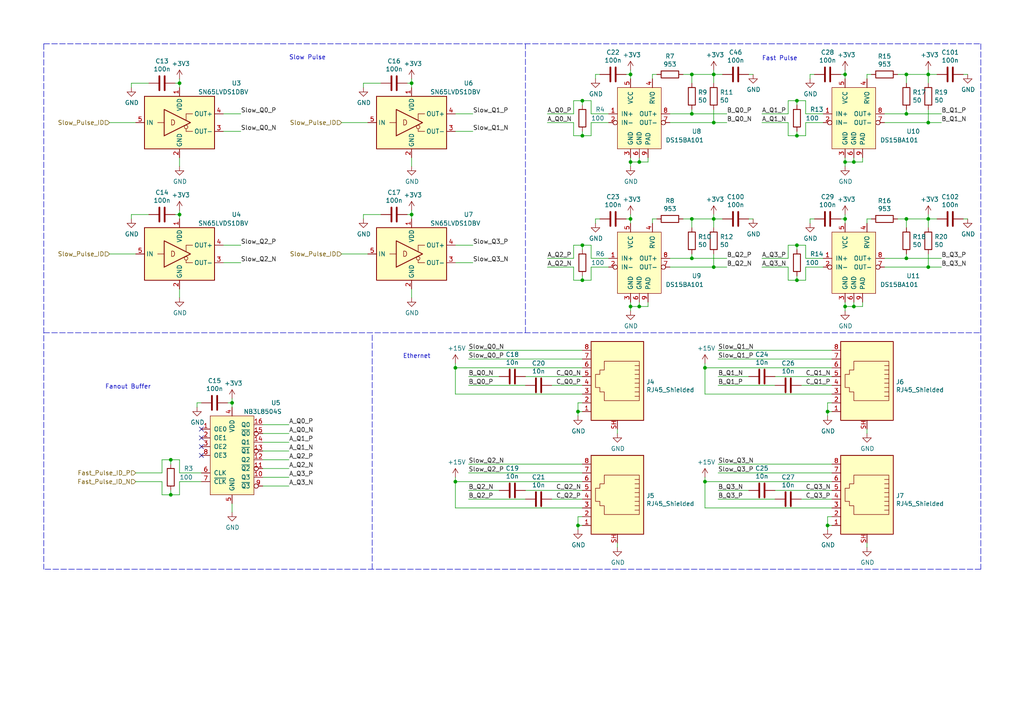
<source format=kicad_sch>
(kicad_sch (version 20250114) (generator "eeschema") (generator_version "9.0")
  (paper "A4")
  (title_block (title "TDS Transmitter - Output Stage") (date "2025-02-17") (company "(C) 2025 ETH Zurich, Y. Acremann") (comment 1 "License:  GNU public license v. 3.0"))
  (lib_symbols
    (symbol "Connector:RJ45_Shielded" (pin_names (offset 1.016))
      (property "Reference" "J" (at -5.08 13.97 0))
      (property "Value" "Connector_RJ45_Shielded" (at 2.54 13.97 0))
      (symbol "RJ45_Shielded_0_1"
        (polyline (pts (xy -6.35 1.905) (xy -5.08 1.905) (xy -5.08 1.905)))
        (polyline (pts (xy -6.35 0.635) (xy -5.08 0.635) (xy -5.08 0.635)))
        (polyline (pts (xy -6.35 -0.635) (xy -5.08 -0.635) (xy -5.08 -0.635)))
        (polyline (pts (xy -6.35 -1.905) (xy -5.08 -1.905) (xy -5.08 -1.905)))
        (polyline (pts (xy -6.35 -3.175) (xy -5.08 -3.175) (xy -5.08 -3.175)))
        (polyline (pts (xy -6.35 -4.445) (xy -6.35 6.985) (xy 3.81 6.985) (xy 3.81 4.445) (xy 5.08 4.445) (xy 5.08 3.175) (xy 6.35 3.175) (xy 6.35 -0.635) (xy 5.08 -0.635) (xy 5.08 -1.905) (xy 3.81 -1.905) (xy 3.81 -4.445) (xy -6.35 -4.445) (xy -6.35 -4.445)))
        (polyline (pts (xy -5.08 5.715) (xy -6.35 5.715)))
        (polyline (pts (xy -5.08 4.445) (xy -6.35 4.445)))
        (polyline (pts (xy -5.08 3.175) (xy -6.35 3.175) (xy -6.35 3.175)))
        (rectangle (start 7.62 12.7) (end -7.62 -10.16) (stroke (width 0.254)) (fill (type background)))
      )
      (symbol "RJ45_Shielded_1_1"
        (pin passive line (at 0 -12.7 90) (length 2.54) (name "~") (number "SH"))
        (pin passive line (at 10.16 10.16 180) (length 2.54) (name "~") (number "8"))
        (pin passive line (at 10.16 7.62 180) (length 2.54) (name "~") (number "7"))
        (pin passive line (at 10.16 5.08 180) (length 2.54) (name "~") (number "6"))
        (pin passive line (at 10.16 2.54 180) (length 2.54) (name "~") (number "5"))
        (pin passive line (at 10.16 0 180) (length 2.54) (name "~") (number "4"))
        (pin passive line (at 10.16 -2.54 180) (length 2.54) (name "~") (number "3"))
        (pin passive line (at 10.16 -5.08 180) (length 2.54) (name "~") (number "2"))
        (pin passive line (at 10.16 -7.62 180) (length 2.54) (name "~") (number "1"))
      )
    )
    (symbol "DS15BA101:DS15BA101" (pin_names (offset 1.016))
      (property "Reference" "U" (at 15.24 15.24 0))
      (property "Value" "DS15BA101" (at 11.43 10.16 0))
      (symbol "DS15BA101_0_1"
        (rectangle (start -6.35 8.89) (end 6.35 -8.89) (fill (type background)))
      )
      (symbol "DS15BA101_1_1"
        (pin input line (at -8.89 1.27 0) (length 2.54) (name "IN+") (number "1"))
        (pin input inverted (at -8.89 -1.27 0) (length 2.54) (name "IN-") (number "2"))
        (pin power_in line (at -2.54 11.43 270) (length 2.54) (name "VCC") (number "5"))
        (pin power_in line (at -2.54 -11.43 90) (length 2.54) (name "GND") (number "3"))
        (pin power_in line (at 0 -11.43 90) (length 2.54) (name "GND") (number "6"))
        (pin power_in line (at 2.54 -11.43 90) (length 2.54) (name "PAD") (number "9"))
        (pin input line (at 3.81 11.43 270) (length 2.54) (name "RVO") (number "4"))
        (pin output line (at 8.89 1.27 180) (length 2.54) (name "OUT+") (number "8"))
        (pin output inverted (at 8.89 -1.27 180) (length 2.54) (name "OUT-") (number "7"))
      )
    )
    (symbol "Device:C" (pin_numbers (hide yes)) (pin_names (offset 0.254))
      (property "Reference" "C" (at 0.635 2.54 0))
      (property "Value" "Device_C" (at 0.635 -2.54 0))
      (symbol "C_0_1"
        (polyline (pts (xy -2.032 0.762) (xy 2.032 0.762)) (stroke (width 0.508)))
        (polyline (pts (xy -2.032 -0.762) (xy 2.032 -0.762)) (stroke (width 0.508)))
      )
      (symbol "C_1_1"
        (pin passive line (at 0 3.81 270) (length 2.794) (name "~") (number "1"))
        (pin passive line (at 0 -3.81 90) (length 2.794) (name "~") (number "2"))
      )
    )
    (symbol "Device:R" (pin_numbers (hide yes)) (pin_names (offset 0))
      (property "Reference" "R" (at 2.032 0 90))
      (property "Value" "Device_R" (at 0 0 90))
      (symbol "R_0_1"
        (rectangle (start -1.016 -2.54) (end 1.016 2.54) (stroke (width 0.254)))
      )
      (symbol "R_1_1"
        (pin passive line (at 0 3.81 270) (length 1.27) (name "~") (number "1"))
        (pin passive line (at 0 -3.81 90) (length 1.27) (name "~") (number "2"))
      )
    )
    (symbol "Interface:SN65LVDS1DBV"
      (property "Reference" "U" (at -8.89 8.89 0))
      (property "Value" "Interface_SN65LVDS1DBV" (at 1.27 8.89 0))
      (symbol "SN65LVDS1DBV_1_0"
        (rectangle (start -10.16 7.62) (end 10.16 -7.62) (stroke (width 0.254)) (fill (type background)))
        (polyline (pts (xy 1.905 0.635) (xy 1.905 2.54)))
        (circle (center 1.905 -1.27) (radius 0.508))
        (polyline (pts (xy 1.905 -1.778) (xy 1.905 -2.54)))
        (text "D" (at -1.905 0 0) (effects (font (size 1.524 1.524))))
      )
      (symbol "SN65LVDS1DBV_1_1"
        (polyline (pts (xy -6.35 0) (xy -4.445 0)))
        (polyline (pts (xy -4.445 -3.81) (xy -4.445 3.81) (xy 3.175 0) (xy -4.445 -3.81)) (stroke (width 0.254)))
        (polyline (pts (xy 1.905 -2.54) (xy 3.81 -2.54)))
        (polyline (pts (xy 3.81 2.54) (xy 1.905 2.54)))
        (pin input line (at -12.7 0 0) (length 2.54) (name "IN") (number "5"))
        (pin power_in line (at 0 10.16 270) (length 2.54) (name "VDD") (number "1"))
        (pin power_in line (at 0 -10.16 90) (length 2.54) (name "GND") (number "2"))
        (pin output line (at 12.7 2.54 180) (length 2.54) (name "OUT+") (number "4"))
        (pin output line (at 12.7 -2.54 180) (length 2.54) (name "OUT-") (number "3"))
      )
    )
    (symbol "NB3L8504S:NB3L8504S" (pin_names (offset 1.016))
      (property "Reference" "U" (at 10.16 15.24 0))
      (property "Value" "NB3L8504S" (at 7.62 12.7 0))
      (symbol "NB3L8504S_0_1"
        (rectangle (start -6.35 11.43) (end 6.35 -11.43) (fill (type background)))
      )
      (symbol "NB3L8504S_1_1"
        (pin input line (at -8.89 7.62 0) (length 2.54) (name "OE0") (number "1"))
        (pin input line (at -8.89 5.08 0) (length 2.54) (name "OE1") (number "2"))
        (pin input line (at -8.89 2.54 0) (length 2.54) (name "OE2") (number "3"))
        (pin input line (at -8.89 0 0) (length 2.54) (name "OE3") (number "8"))
        (pin input line (at -8.89 -5.08 0) (length 2.54) (name "CLK") (number "6"))
        (pin input line (at -8.89 -7.62 0) (length 2.54) (name "~{CLK}") (number "7"))
        (pin power_in line (at 0 13.97 270) (length 2.54) (name "VDD") (number "4"))
        (pin power_in line (at 0 -13.97 90) (length 2.54) (name "GND") (number "5"))
        (pin output line (at 8.89 8.89 180) (length 2.54) (name "Q0") (number "16"))
        (pin output inverted (at 8.89 6.35 180) (length 2.54) (name "~{Q0}") (number "15"))
        (pin output line (at 8.89 3.81 180) (length 2.54) (name "Q1") (number "14"))
        (pin output inverted (at 8.89 1.27 180) (length 2.54) (name "~{Q1}") (number "13"))
        (pin output line (at 8.89 -1.27 180) (length 2.54) (name "Q2") (number "12"))
        (pin output inverted (at 8.89 -3.81 180) (length 2.54) (name "~{Q2}") (number "11"))
        (pin output line (at 8.89 -6.35 180) (length 2.54) (name "Q3") (number "10"))
        (pin output inverted (at 8.89 -8.89 180) (length 2.54) (name "~{Q3}") (number "9"))
      )
    )
    (symbol "power:+15V" (power) (pin_names (offset 0))
      (property "Value" "power_+15V" (at 0 3.556 0))
      (symbol "+15V_0_1"
        (polyline (pts (xy -0.762 1.27) (xy 0 2.54)))
        (polyline (pts (xy 0 2.54) (xy 0.762 1.27)))
        (polyline (pts (xy 0 0) (xy 0 2.54)))
      )
      (symbol "+15V_1_1"
        (pin power_in line (at 0 0 90) (length 0) (hide yes) (name "+15V") (number "1"))
      )
    )
    (symbol "power:+3.3V" (power) (pin_names (offset 0))
      (property "Value" "power_+3.3V" (at 0 3.556 0))
      (symbol "+3.3V_0_1"
        (polyline (pts (xy -0.762 1.27) (xy 0 2.54)))
        (polyline (pts (xy 0 2.54) (xy 0.762 1.27)))
        (polyline (pts (xy 0 0) (xy 0 2.54)))
      )
      (symbol "+3.3V_1_1"
        (pin power_in line (at 0 0 90) (length 0) (hide yes) (name "+3V3") (number "1"))
      )
    )
    (symbol "power:GND" (power) (pin_names (offset 0))
      (property "Value" "power_GND" (at 0 -3.81 0))
      (symbol "GND_0_1"
        (polyline (pts (xy 0 0) (xy 0 -1.27) (xy 1.27 -1.27) (xy 0 -2.54) (xy -1.27 -1.27) (xy 0 -1.27)))
      )
      (symbol "GND_1_1"
        (pin power_in line (at 0 0 270) (length 0) (hide yes) (name "GND") (number "1"))
      )
    )
  )
  (text "Slow Pulse\n" (at 83.82 17.526 0) (effects (font (size 1.27 1.27)) (justify left bottom)))
  (text "Fanout Buffer\n" (at 30.48 113.03 0) (effects (font (size 1.27 1.27)) (justify left bottom)))
  (text "Fast Pulse\n" (at 220.98 17.78 0) (effects (font (size 1.27 1.27)) (justify left bottom)))
  (text "Ethernet\n" (at 116.84 104.14 0) (effects (font (size 1.27 1.27)) (justify left bottom)))
  (junction (at 207.01 63.5))
  (junction (at 52.07 62.23))
  (junction (at 167.64 152.4))
  (junction (at 269.24 63.5))
  (junction (at 168.91 71.12))
  (junction (at 262.89 74.93))
  (junction (at 52.07 24.13))
  (junction (at 204.47 106.68))
  (junction (at 168.91 81.28))
  (junction (at 231.14 39.37))
  (junction (at 119.38 24.13))
  (junction (at 168.91 29.21))
  (junction (at 207.01 77.47))
  (junction (at 49.53 133.35))
  (junction (at 240.03 119.38))
  (junction (at 245.11 63.5))
  (junction (at 262.89 63.5))
  (junction (at 207.01 35.56))
  (junction (at 245.11 21.59))
  (junction (at 247.65 46.99))
  (junction (at 182.88 88.9))
  (junction (at 119.38 62.23))
  (junction (at 167.64 119.38))
  (junction (at 200.66 21.59))
  (junction (at 132.08 106.68))
  (junction (at 231.14 29.21))
  (junction (at 269.24 77.47))
  (junction (at 67.31 116.84))
  (junction (at 182.88 46.99))
  (junction (at 185.42 46.99))
  (junction (at 247.65 88.9))
  (junction (at 204.47 139.7))
  (junction (at 231.14 71.12))
  (junction (at 168.91 39.37))
  (junction (at 207.01 21.59))
  (junction (at 245.11 88.9))
  (junction (at 269.24 35.56))
  (junction (at 240.03 152.4))
  (junction (at 182.88 21.59))
  (junction (at 245.11 46.99))
  (junction (at 200.66 33.02))
  (junction (at 185.42 88.9))
  (junction (at 182.88 63.5))
  (junction (at 49.53 143.51))
  (junction (at 269.24 21.59))
  (junction (at 132.08 139.7))
  (junction (at 200.66 63.5))
  (junction (at 231.14 81.28))
  (junction (at 262.89 33.02))
  (junction (at 200.66 74.93))
  (junction (at 262.89 21.59))
  (no_connect (at 58.42 129.54))
  (no_connect (at 58.42 127))
  (no_connect (at 58.42 124.46))
  (no_connect (at 58.42 132.08))
  (wire (pts (xy 67.31 116.84) (xy 67.31 115.57)))
  (wire (pts (xy 46.99 143.51) (xy 49.53 143.51)))
  (wire (pts (xy 207.01 21.59) (xy 207.01 24.13)))
  (wire (pts (xy 171.45 35.56) (xy 176.53 35.56)))
  (wire (pts (xy 168.91 38.1) (xy 168.91 39.37)))
  (wire (pts (xy 38.1 62.23) (xy 43.18 62.23)))
  (wire (pts (xy 262.89 74.93) (xy 262.89 73.66)))
  (wire (pts (xy 240.03 119.38) (xy 240.03 120.65)))
  (wire (pts (xy 67.31 148.59) (xy 67.31 146.05)))
  (wire (pts (xy 233.68 77.47) (xy 233.68 81.28)))
  (wire (pts (xy 168.91 152.4) (xy 167.64 152.4)))
  (wire (pts (xy 166.37 81.28) (xy 166.37 77.47)))
  (wire (pts (xy 158.75 74.93) (xy 166.37 74.93)))
  (wire (pts (xy 76.2 123.19) (xy 83.82 123.19)))
  (wire (pts (xy 217.17 142.24) (xy 208.28 142.24)))
  (wire (pts (xy 233.68 35.56) (xy 238.76 35.56)))
  (wire (pts (xy 152.4 111.76) (xy 135.89 111.76)))
  (wire (pts (xy 144.78 109.22) (xy 135.89 109.22)))
  (wire (pts (xy 171.45 77.47) (xy 176.53 77.47)))
  (wire (pts (xy 245.11 63.5) (xy 245.11 62.23)))
  (wire (pts (xy 135.89 104.14) (xy 168.91 104.14)))
  (wire (pts (xy 83.82 130.81) (xy 76.2 130.81)))
  (wire (pts (xy 252.73 21.59) (xy 251.46 21.59)))
  (wire (pts (xy 233.68 71.12) (xy 233.68 74.93)))
  (wire (pts (xy 233.68 33.02) (xy 238.76 33.02)))
  (wire (pts (xy 38.1 24.13) (xy 43.18 24.13)))
  (wire (pts (xy 204.47 114.3) (xy 204.47 106.68)))
  (wire (pts (xy 105.41 24.13) (xy 110.49 24.13)))
  (wire (pts (xy 250.19 46.99) (xy 247.65 46.99)))
  (wire (pts (xy 250.19 88.9) (xy 250.19 87.63)))
  (wire (pts (xy 99.06 73.66) (xy 106.68 73.66)))
  (wire (pts (xy 168.91 80.01) (xy 168.91 81.28)))
  (wire (pts (xy 171.45 71.12) (xy 171.45 74.93)))
  (wire (pts (xy 262.89 63.5) (xy 262.89 66.04)))
  (wire (pts (xy 181.61 63.5) (xy 182.88 63.5)))
  (wire (pts (xy 200.66 33.02) (xy 210.82 33.02)))
  (wire (pts (xy 132.08 71.12) (xy 137.16 71.12)))
  (wire (pts (xy 234.95 21.59) (xy 234.95 22.86)))
  (wire (pts (xy 262.89 33.02) (xy 262.89 31.75)))
  (wire (pts (xy 182.88 21.59) (xy 182.88 22.86)))
  (wire (pts (xy 251.46 158.75) (xy 251.46 157.48)))
  (wire (pts (xy 189.23 63.5) (xy 189.23 64.77)))
  (wire (pts (xy 52.07 143.51) (xy 49.53 143.51)))
  (wire (pts (xy 119.38 62.23) (xy 119.38 60.96)))
  (wire (pts (xy 171.45 77.47) (xy 171.45 81.28)))
  (wire (pts (xy 256.54 33.02) (xy 262.89 33.02)))
  (wire (pts (xy 231.14 39.37) (xy 228.6 39.37)))
  (wire (pts (xy 168.91 30.48) (xy 168.91 29.21)))
  (wire (pts (xy 158.75 33.02) (xy 166.37 33.02)))
  (wire (pts (xy 269.24 63.5) (xy 271.78 63.5)))
  (wire (pts (xy 232.41 144.78) (xy 241.3 144.78)))
  (wire (pts (xy 233.68 81.28) (xy 231.14 81.28)))
  (wire (pts (xy 245.11 21.59) (xy 245.11 20.32)))
  (wire (pts (xy 269.24 21.59) (xy 269.24 24.13)))
  (wire (pts (xy 204.47 147.32) (xy 204.47 139.7)))
  (wire (pts (xy 76.2 140.97) (xy 83.82 140.97)))
  (wire (pts (xy 166.37 33.02) (xy 166.37 29.21)))
  (wire (pts (xy 245.11 88.9) (xy 247.65 88.9)))
  (wire (pts (xy 160.02 111.76) (xy 168.91 111.76)))
  (wire (pts (xy 251.46 21.59) (xy 251.46 22.86)))
  (wire (pts (xy 245.11 64.77) (xy 245.11 63.5)))
  (wire (pts (xy 46.99 137.16) (xy 39.37 137.16)))
  (wire (pts (xy 207.01 62.23) (xy 207.01 63.5)))
  (wire (pts (xy 252.73 63.5) (xy 251.46 63.5)))
  (wire (pts (xy 182.88 46.99) (xy 182.88 45.72)))
  (wire (pts (xy 250.19 45.72) (xy 250.19 46.99)))
  (wire (pts (xy 247.65 88.9) (xy 250.19 88.9)))
  (wire (pts (xy 207.01 20.32) (xy 207.01 21.59)))
  (wire (pts (xy 172.72 21.59) (xy 173.99 21.59)))
  (wire (pts (xy 233.68 35.56) (xy 233.68 39.37)))
  (wire (pts (xy 132.08 38.1) (xy 137.16 38.1)))
  (wire (pts (xy 269.24 77.47) (xy 256.54 77.47)))
  (wire (pts (xy 168.91 29.21) (xy 171.45 29.21)))
  (wire (pts (xy 240.03 149.86) (xy 240.03 152.4)))
  (wire (pts (xy 204.47 114.3) (xy 241.3 114.3)))
  (wire (pts (xy 207.01 21.59) (xy 209.55 21.59)))
  (wire (pts (xy 231.14 81.28) (xy 228.6 81.28)))
  (wire (pts (xy 262.89 63.5) (xy 269.24 63.5)))
  (wire (pts (xy 166.37 29.21) (xy 168.91 29.21)))
  (wire (pts (xy 245.11 88.9) (xy 245.11 90.17)))
  (wire (pts (xy 240.03 116.84) (xy 240.03 119.38)))
  (wire (pts (xy 233.68 39.37) (xy 231.14 39.37)))
  (wire (pts (xy 207.01 63.5) (xy 207.01 66.04)))
  (wire (pts (xy 132.08 139.7) (xy 132.08 138.43)))
  (wire (pts (xy 132.08 114.3) (xy 168.91 114.3)))
  (wire (pts (xy 228.6 33.02) (xy 228.6 29.21)))
  (wire (pts (xy 260.35 21.59) (xy 262.89 21.59)))
  (wire (pts (xy 52.07 137.16) (xy 58.42 137.16)))
  (wire (pts (xy 269.24 73.66) (xy 269.24 77.47)))
  (wire (pts (xy 132.08 33.02) (xy 137.16 33.02)))
  (wire (pts (xy 245.11 87.63) (xy 245.11 88.9)))
  (wire (pts (xy 166.37 77.47) (xy 158.75 77.47)))
  (wire (pts (xy 194.31 35.56) (xy 207.01 35.56)))
  (wire (pts (xy 182.88 63.5) (xy 182.88 64.77)))
  (wire (pts (xy 228.6 81.28) (xy 228.6 77.47)))
  (wire (pts (xy 200.66 33.02) (xy 200.66 31.75)))
  (wire (pts (xy 66.04 116.84) (xy 67.31 116.84)))
  (wire (pts (xy 166.37 35.56) (xy 158.75 35.56)))
  (wire (pts (xy 160.02 144.78) (xy 168.91 144.78)))
  (wire (pts (xy 210.82 35.56) (xy 207.01 35.56)))
  (wire (pts (xy 31.75 73.66) (xy 39.37 73.66)))
  (wire (pts (xy 200.66 21.59) (xy 207.01 21.59)))
  (wire (pts (xy 269.24 35.56) (xy 269.24 31.75)))
  (wire (pts (xy 262.89 21.59) (xy 269.24 21.59)))
  (wire (pts (xy 198.12 63.5) (xy 200.66 63.5)))
  (wire (pts (xy 217.17 21.59) (xy 218.44 21.59)))
  (wire (pts (xy 144.78 142.24) (xy 135.89 142.24)))
  (wire (pts (xy 228.6 29.21) (xy 231.14 29.21)))
  (wire (pts (xy 204.47 106.68) (xy 241.3 106.68)))
  (wire (pts (xy 49.53 133.35) (xy 46.99 133.35)))
  (polyline (pts (xy 12.7 12.7) (xy 12.7 165.1)) (stroke (width 0) (type dash)))
  (wire (pts (xy 200.66 74.93) (xy 194.31 74.93)))
  (wire (pts (xy 168.91 81.28) (xy 166.37 81.28)))
  (wire (pts (xy 58.42 116.84) (xy 57.15 116.84)))
  (wire (pts (xy 182.88 48.26) (xy 182.88 46.99)))
  (wire (pts (xy 167.64 152.4) (xy 167.64 153.67)))
  (wire (pts (xy 204.47 147.32) (xy 241.3 147.32)))
  (wire (pts (xy 171.45 33.02) (xy 176.53 33.02)))
  (wire (pts (xy 217.17 109.22) (xy 208.28 109.22)))
  (wire (pts (xy 38.1 62.23) (xy 38.1 63.5)))
  (wire (pts (xy 166.37 71.12) (xy 168.91 71.12)))
  (polyline (pts (xy 12.7 96.52) (xy 284.48 96.52)) (stroke (width 0) (type dash)))
  (wire (pts (xy 49.53 143.51) (xy 49.53 142.24)))
  (wire (pts (xy 269.24 63.5) (xy 269.24 66.04)))
  (wire (pts (xy 231.14 38.1) (xy 231.14 39.37)))
  (wire (pts (xy 245.11 46.99) (xy 245.11 48.26)))
  (wire (pts (xy 185.42 88.9) (xy 182.88 88.9)))
  (wire (pts (xy 224.79 111.76) (xy 208.28 111.76)))
  (wire (pts (xy 69.85 38.1) (xy 64.77 38.1)))
  (wire (pts (xy 187.96 87.63) (xy 187.96 88.9)))
  (wire (pts (xy 119.38 86.36) (xy 119.38 83.82)))
  (wire (pts (xy 31.75 35.56) (xy 39.37 35.56)))
  (wire (pts (xy 182.88 63.5) (xy 182.88 62.23)))
  (wire (pts (xy 234.95 21.59) (xy 236.22 21.59)))
  (wire (pts (xy 273.05 35.56) (xy 269.24 35.56)))
  (wire (pts (xy 52.07 133.35) (xy 49.53 133.35)))
  (wire (pts (xy 231.14 80.01) (xy 231.14 81.28)))
  (wire (pts (xy 135.89 101.6) (xy 168.91 101.6)))
  (wire (pts (xy 256.54 74.93) (xy 262.89 74.93)))
  (wire (pts (xy 228.6 77.47) (xy 220.98 77.47)))
  (wire (pts (xy 198.12 21.59) (xy 200.66 21.59)))
  (wire (pts (xy 182.88 88.9) (xy 182.88 90.17)))
  (wire (pts (xy 279.4 21.59) (xy 280.67 21.59)))
  (wire (pts (xy 233.68 77.47) (xy 238.76 77.47)))
  (wire (pts (xy 247.65 46.99) (xy 245.11 46.99)))
  (wire (pts (xy 182.88 21.59) (xy 182.88 20.32)))
  (wire (pts (xy 241.3 116.84) (xy 240.03 116.84)))
  (wire (pts (xy 57.15 116.84) (xy 57.15 118.11)))
  (wire (pts (xy 179.07 158.75) (xy 179.07 157.48)))
  (wire (pts (xy 187.96 46.99) (xy 185.42 46.99)))
  (wire (pts (xy 50.8 24.13) (xy 52.07 24.13)))
  (wire (pts (xy 181.61 21.59) (xy 182.88 21.59)))
  (wire (pts (xy 217.17 63.5) (xy 218.44 63.5)))
  (wire (pts (xy 83.82 133.35) (xy 76.2 133.35)))
  (wire (pts (xy 119.38 24.13) (xy 119.38 25.4)))
  (wire (pts (xy 132.08 106.68) (xy 168.91 106.68)))
  (wire (pts (xy 207.01 35.56) (xy 207.01 31.75)))
  (wire (pts (xy 187.96 88.9) (xy 185.42 88.9)))
  (wire (pts (xy 52.07 83.82) (xy 52.07 86.36)))
  (wire (pts (xy 172.72 63.5) (xy 172.72 64.77)))
  (wire (pts (xy 262.89 33.02) (xy 273.05 33.02)))
  (wire (pts (xy 207.01 77.47) (xy 210.82 77.47)))
  (wire (pts (xy 231.14 71.12) (xy 233.68 71.12)))
  (wire (pts (xy 171.45 35.56) (xy 171.45 39.37)))
  (wire (pts (xy 208.28 101.6) (xy 241.3 101.6)))
  (wire (pts (xy 241.3 119.38) (xy 240.03 119.38)))
  (wire (pts (xy 251.46 125.73) (xy 251.46 124.46)))
  (wire (pts (xy 247.65 88.9) (xy 247.65 87.63)))
  (wire (pts (xy 228.6 35.56) (xy 220.98 35.56)))
  (wire (pts (xy 269.24 21.59) (xy 271.78 21.59)))
  (wire (pts (xy 135.89 134.62) (xy 168.91 134.62)))
  (wire (pts (xy 208.28 104.14) (xy 241.3 104.14)))
  (wire (pts (xy 220.98 33.02) (xy 228.6 33.02)))
  (wire (pts (xy 189.23 21.59) (xy 189.23 22.86)))
  (wire (pts (xy 228.6 74.93) (xy 228.6 71.12)))
  (wire (pts (xy 190.5 21.59) (xy 189.23 21.59)))
  (wire (pts (xy 118.11 24.13) (xy 119.38 24.13)))
  (wire (pts (xy 243.84 63.5) (xy 245.11 63.5)))
  (wire (pts (xy 105.41 62.23) (xy 110.49 62.23)))
  (wire (pts (xy 241.3 149.86) (xy 240.03 149.86)))
  (wire (pts (xy 236.22 63.5) (xy 234.95 63.5)))
  (wire (pts (xy 224.79 144.78) (xy 208.28 144.78)))
  (wire (pts (xy 168.91 72.39) (xy 168.91 71.12)))
  (wire (pts (xy 224.79 142.24) (xy 241.3 142.24)))
  (wire (pts (xy 231.14 72.39) (xy 231.14 71.12)))
  (wire (pts (xy 200.66 73.66) (xy 200.66 74.93)))
  (wire (pts (xy 273.05 77.47) (xy 269.24 77.47)))
  (wire (pts (xy 200.66 63.5) (xy 207.01 63.5)))
  (wire (pts (xy 279.4 63.5) (xy 280.67 63.5)))
  (wire (pts (xy 46.99 133.35) (xy 46.99 137.16)))
  (wire (pts (xy 168.91 71.12) (xy 171.45 71.12)))
  (wire (pts (xy 99.06 35.56) (xy 106.68 35.56)))
  (polyline (pts (xy 284.48 12.7) (xy 284.48 165.1)) (stroke (width 0) (type dash)))
  (wire (pts (xy 132.08 106.68) (xy 132.08 105.41)))
  (wire (pts (xy 46.99 139.7) (xy 46.99 143.51)))
  (wire (pts (xy 132.08 147.32) (xy 168.91 147.32)))
  (wire (pts (xy 171.45 81.28) (xy 168.91 81.28)))
  (wire (pts (xy 172.72 22.86) (xy 172.72 21.59)))
  (wire (pts (xy 194.31 77.47) (xy 207.01 77.47)))
  (wire (pts (xy 166.37 39.37) (xy 166.37 35.56)))
  (wire (pts (xy 168.91 39.37) (xy 166.37 39.37)))
  (wire (pts (xy 194.31 33.02) (xy 200.66 33.02)))
  (wire (pts (xy 207.01 77.47) (xy 207.01 73.66)))
  (wire (pts (xy 200.66 63.5) (xy 200.66 66.04)))
  (wire (pts (xy 105.41 62.23) (xy 105.41 63.5)))
  (wire (pts (xy 220.98 74.93) (xy 228.6 74.93)))
  (wire (pts (xy 64.77 71.12) (xy 69.85 71.12)))
  (wire (pts (xy 132.08 139.7) (xy 168.91 139.7)))
  (wire (pts (xy 171.45 39.37) (xy 168.91 39.37)))
  (wire (pts (xy 251.46 63.5) (xy 251.46 64.77)))
  (wire (pts (xy 243.84 21.59) (xy 245.11 21.59)))
  (wire (pts (xy 204.47 139.7) (xy 204.47 138.43)))
  (wire (pts (xy 228.6 71.12) (xy 231.14 71.12)))
  (wire (pts (xy 58.42 139.7) (xy 52.07 139.7)))
  (wire (pts (xy 118.11 62.23) (xy 119.38 62.23)))
  (wire (pts (xy 241.3 152.4) (xy 240.03 152.4)))
  (wire (pts (xy 256.54 35.56) (xy 269.24 35.56)))
  (wire (pts (xy 228.6 39.37) (xy 228.6 35.56)))
  (wire (pts (xy 179.07 125.73) (xy 179.07 124.46)))
  (polyline (pts (xy 107.95 165.1) (xy 107.95 96.52)) (stroke (width 0) (type dash)))
  (wire (pts (xy 137.16 76.2) (xy 132.08 76.2)))
  (wire (pts (xy 208.28 137.16) (xy 241.3 137.16)))
  (wire (pts (xy 76.2 135.89) (xy 83.82 135.89)))
  (wire (pts (xy 200.66 21.59) (xy 200.66 24.13)))
  (wire (pts (xy 52.07 24.13) (xy 52.07 25.4)))
  (wire (pts (xy 171.45 74.93) (xy 176.53 74.93)))
  (wire (pts (xy 168.91 149.86) (xy 167.64 149.86)))
  (wire (pts (xy 233.68 74.93) (xy 238.76 74.93)))
  (wire (pts (xy 262.89 21.59) (xy 262.89 24.13)))
  (polyline (pts (xy 152.4 96.52) (xy 152.4 12.7)) (stroke (width 0) (type dash)))
  (wire (pts (xy 67.31 116.84) (xy 67.31 118.11)))
  (wire (pts (xy 185.42 87.63) (xy 185.42 88.9)))
  (wire (pts (xy 52.07 24.13) (xy 52.07 22.86)))
  (polyline (pts (xy 12.7 12.7) (xy 284.48 12.7)) (stroke (width 0) (type dash)))
  (wire (pts (xy 224.79 109.22) (xy 241.3 109.22)))
  (wire (pts (xy 245.11 21.59) (xy 245.11 22.86)))
  (wire (pts (xy 119.38 24.13) (xy 119.38 22.86)))
  (wire (pts (xy 119.38 48.26) (xy 119.38 45.72)))
  (wire (pts (xy 49.53 133.35) (xy 49.53 134.62)))
  (wire (pts (xy 52.07 62.23) (xy 52.07 63.5)))
  (wire (pts (xy 83.82 125.73) (xy 76.2 125.73)))
  (wire (pts (xy 167.64 119.38) (xy 167.64 120.65)))
  (wire (pts (xy 168.91 116.84) (xy 167.64 116.84)))
  (wire (pts (xy 234.95 63.5) (xy 234.95 64.77)))
  (wire (pts (xy 204.47 106.68) (xy 204.47 105.41)))
  (polyline (pts (xy 284.48 165.1) (xy 12.7 165.1)) (stroke (width 0) (type dash)))
  (wire (pts (xy 171.45 29.21) (xy 171.45 33.02)))
  (wire (pts (xy 190.5 63.5) (xy 189.23 63.5)))
  (wire (pts (xy 231.14 30.48) (xy 231.14 29.21)))
  (wire (pts (xy 269.24 63.5) (xy 269.24 62.23)))
  (wire (pts (xy 83.82 138.43) (xy 76.2 138.43)))
  (wire (pts (xy 204.47 139.7) (xy 241.3 139.7)))
  (wire (pts (xy 135.89 137.16) (xy 168.91 137.16)))
  (wire (pts (xy 132.08 114.3) (xy 132.08 106.68)))
  (wire (pts (xy 39.37 139.7) (xy 46.99 139.7)))
  (wire (pts (xy 105.41 24.13) (xy 105.41 25.4)))
  (wire (pts (xy 152.4 144.78) (xy 135.89 144.78)))
  (wire (pts (xy 168.91 119.38) (xy 167.64 119.38)))
  (wire (pts (xy 52.07 62.23) (xy 52.07 60.96)))
  (wire (pts (xy 240.03 152.4) (xy 240.03 153.67)))
  (wire (pts (xy 245.11 45.72) (xy 245.11 46.99)))
  (wire (pts (xy 152.4 109.22) (xy 168.91 109.22)))
  (wire (pts (xy 200.66 74.93) (xy 210.82 74.93)))
  (wire (pts (xy 232.41 111.76) (xy 241.3 111.76)))
  (wire (pts (xy 182.88 87.63) (xy 182.88 88.9)))
  (wire (pts (xy 166.37 74.93) (xy 166.37 71.12)))
  (wire (pts (xy 262.89 74.93) (xy 273.05 74.93)))
  (wire (pts (xy 185.42 45.72) (xy 185.42 46.99)))
  (wire (pts (xy 260.35 63.5) (xy 262.89 63.5)))
  (wire (pts (xy 132.08 147.32) (xy 132.08 139.7)))
  (wire (pts (xy 247.65 46.99) (xy 247.65 45.72)))
  (wire (pts (xy 76.2 128.27) (xy 83.82 128.27)))
  (wire (pts (xy 233.68 29.21) (xy 233.68 33.02)))
  (wire (pts (xy 52.07 48.26) (xy 52.07 45.72)))
  (wire (pts (xy 187.96 46.99) (xy 187.96 45.72)))
  (wire (pts (xy 208.28 134.62) (xy 241.3 134.62)))
  (wire (pts (xy 52.07 133.35) (xy 52.07 137.16)))
  (wire (pts (xy 185.42 46.99) (xy 182.88 46.99)))
  (wire (pts (xy 231.14 29.21) (xy 233.68 29.21)))
  (wire (pts (xy 64.77 33.02) (xy 69.85 33.02)))
  (wire (pts (xy 207.01 63.5) (xy 209.55 63.5)))
  (wire (pts (xy 69.85 76.2) (xy 64.77 76.2)))
  (wire (pts (xy 167.64 116.84) (xy 167.64 119.38)))
  (wire (pts (xy 38.1 25.4) (xy 38.1 24.13)))
  (wire (pts (xy 269.24 21.59) (xy 269.24 20.32)))
  (wire (pts (xy 167.64 149.86) (xy 167.64 152.4)))
  (wire (pts (xy 50.8 62.23) (xy 52.07 62.23)))
  (wire (pts (xy 152.4 142.24) (xy 168.91 142.24)))
  (wire (pts (xy 173.99 63.5) (xy 172.72 63.5)))
  (wire (pts (xy 52.07 139.7) (xy 52.07 143.51)))
  (wire (pts (xy 119.38 62.23) (xy 119.38 63.5)))
  (label "Slow_Q2_N" (at 135.89 134.62 0))
  (label "B_Q3_P" (at 208.28 144.78 0))
  (label "Slow_Q1_N" (at 208.28 101.6 0))
  (label "A_Q3_P" (at 83.82 138.43 0))
  (label "C_Q1_N" (at 233.68 109.22 0))
  (label "Slow_Q0_N" (at 69.85 38.1 0))
  (label "C_Q2_P" (at 161.29 144.78 0))
  (label "A_Q1_P" (at 83.82 128.27 0))
  (label "Slow_Q3_N" (at 208.28 134.62 0))
  (label "A_Q3_N" (at 220.98 77.47 0))
  (label "A_Q3_N" (at 83.82 140.97 0))
  (label "B_Q1_P" (at 273.05 33.02 0))
  (label "B_Q0_P" (at 210.82 33.02 0))
  (label "C_Q2_N" (at 161.29 142.24 0))
  (label "C_Q0_P" (at 161.29 111.76 0))
  (label "C_Q3_P" (at 233.68 144.78 0))
  (label "Slow_Q2_P" (at 69.85 71.12 0))
  (label "B_Q2_P" (at 135.89 144.78 0))
  (label "A_Q0_N" (at 158.75 35.56 0))
  (label "A_Q2_P" (at 83.82 133.35 0))
  (label "Slow_Q3_P" (at 208.28 137.16 0))
  (label "Slow_Q0_P" (at 135.89 104.14 0))
  (label "Slow_Q2_N" (at 69.85 76.2 0))
  (label "A_Q2_P" (at 158.75 74.93 0))
  (label "C_Q0_N" (at 161.29 109.22 0))
  (label "Slow_Q2_P" (at 135.89 137.16 0))
  (label "B_Q3_N" (at 208.28 142.24 0))
  (label "B_Q3_P" (at 273.05 74.93 0))
  (label "Slow_Q3_P" (at 137.16 71.12 0))
  (label "Slow_Q1_P" (at 137.16 33.02 0))
  (label "A_Q1_N" (at 83.82 130.81 0))
  (label "A_Q1_P" (at 220.98 33.02 0))
  (label "B_Q0_P" (at 135.89 111.76 0))
  (label "Slow_Q1_N" (at 137.16 38.1 0))
  (label "C_Q3_N" (at 233.68 142.24 0))
  (label "A_Q1_N" (at 220.98 35.56 0))
  (label "A_Q2_N" (at 158.75 77.47 0))
  (label "Slow_Q0_P" (at 69.85 33.02 0))
  (label "Slow_Q1_P" (at 208.28 104.14 0))
  (label "B_Q1_P" (at 208.28 111.76 0))
  (label "A_Q0_N" (at 83.82 125.73 0))
  (label "C_Q1_P" (at 233.68 111.76 0))
  (label "B_Q0_N" (at 135.89 109.22 0))
  (label "A_Q3_P" (at 220.98 74.93 0))
  (label "A_Q0_P" (at 158.75 33.02 0))
  (label "B_Q2_N" (at 210.82 77.47 0))
  (label "A_Q0_P" (at 83.82 123.19 0))
  (label "B_Q0_N" (at 210.82 35.56 0))
  (label "B_Q2_P" (at 210.82 74.93 0))
  (label "A_Q2_N" (at 83.82 135.89 0))
  (label "Slow_Q3_N" (at 137.16 76.2 0))
  (label "B_Q1_N" (at 273.05 35.56 0))
  (label "B_Q1_N" (at 208.28 109.22 0))
  (label "B_Q3_N" (at 273.05 77.47 0))
  (label "Slow_Q0_N" (at 135.89 101.6 0))
  (label "B_Q2_N" (at 135.89 142.24 0))
  (hierarchical_label "Slow_Pulse_ID" (shape input) (at 31.75 35.56 180))
  (hierarchical_label "Slow_Pulse_ID" (shape input) (at 99.06 73.66 180))
  (hierarchical_label "Slow_Pulse_ID" (shape input) (at 31.75 73.66 180))
  (hierarchical_label "Fast_Pulse_ID_N" (shape input) (at 39.37 139.7 180))
  (hierarchical_label "Fast_Pulse_ID_P" (shape input) (at 39.37 137.16 180))
  (hierarchical_label "Slow_Pulse_ID" (shape input) (at 99.06 35.56 180))
  (symbol (lib_id "NB3L8504S:NB3L8504S") (at 67.31 132.08 0) (unit 1)
    (property "Reference" "U5" (at 80.01 116.84 0))
    (property "Value" "NB3L8504S" (at 76.2 119.38 0))
    (property "Footprint" "Package_SO:TSSOP-16_4.4x5mm_P0.65mm" (effects (hide yes)))
    (property "Datasheet" "https://www.onsemi.com/pdf/datasheet/nb3l8504s-d.pdf" (effects (hide yes)))
    (property "Bestellnummer" "863-NB3L8504SDTG " (effects (hide yes)))
    (property "Lieferant" "Mouser" (effects (hide yes)))
  )
  (symbol (lib_id "DS15BA101:DS15BA101") (at 185.42 34.29 0) (unit 1)
    (property "Reference" "U8" (at 200.66 38.1 0) (effects (justify left)))
    (property "Value" "DS15BA101" (at 193.04 40.64 0) (effects (justify left)))
    (property "Footprint" "Package_SON:WSON-8-1EP_3x3mm_P0.5mm_EP1.6x2.0mm" (effects (hide yes)))
    (property "Datasheet" "https://www.ti.com/lit/ds/symlink/ds15ba101.pdf" (effects (hide yes)))
    (property "Bestellnummer" "926-DS15BA101SDENOPB" (effects (hide yes)))
    (property "Lieferant" "Mouser" (effects (hide yes)))
  )
  (symbol (lib_id "DS15BA101:DS15BA101") (at 247.65 34.29 0) (unit 1)
    (property "Reference" "U10" (at 262.89 38.1 0) (effects (justify left)))
    (property "Value" "DS15BA101" (at 255.27 40.64 0) (effects (justify left)))
    (property "Footprint" "Package_SON:WSON-8-1EP_3x3mm_P0.5mm_EP1.6x2.0mm" (effects (hide yes)))
    (property "Datasheet" "https://www.ti.com/lit/ds/symlink/ds15ba101.pdf" (effects (hide yes)))
    (property "Bestellnummer" "926-DS15BA101SDENOPB" (effects (hide yes)))
    (property "Lieferant" "Mouser" (effects (hide yes)))
  )
  (symbol (lib_id "DS15BA101:DS15BA101") (at 185.42 76.2 0) (unit 1)
    (property "Reference" "U9" (at 200.66 80.01 0) (effects (justify left)))
    (property "Value" "DS15BA101" (at 193.04 82.55 0) (effects (justify left)))
    (property "Footprint" "Package_SON:WSON-8-1EP_3x3mm_P0.5mm_EP1.6x2.0mm" (effects (hide yes)))
    (property "Datasheet" "https://www.ti.com/lit/ds/symlink/ds15ba101.pdf" (effects (hide yes)))
    (property "Bestellnummer" "926-DS15BA101SDENOPB" (effects (hide yes)))
    (property "Lieferant" "Mouser" (effects (hide yes)))
  )
  (symbol (lib_id "Device:R") (at 49.53 138.43 0) (unit 1)
    (property "Reference" "R3" (at 53.34 135.89 0) (effects (justify left)))
    (property "Value" "100" (at 52.07 138.43 0) (effects (justify left)))
    (property "Footprint" "Resistor_SMD:R_0402_1005Metric" (effects (hide yes)))
  )
  (symbol (lib_id "Device:C") (at 62.23 116.84 270) (unit 1)
    (property "Reference" "C15" (at 62.23 110.4392 90))
    (property "Value" "100n" (at 62.23 112.7506 90))
    (property "Footprint" "Capacitor_SMD:C_0603_1608Metric" (effects (hide yes)))
  )
  (symbol (lib_id "power:GND") (at 57.15 118.11 0) (unit 1)
    (property "Reference" "#PWR0221" (effects (hide yes)))
    (property "Value" "GND" (at 57.277 122.5042 0))
  )
  (symbol (lib_id "power:+3.3V") (at 67.31 115.57 0) (unit 1)
    (property "Reference" "#PWR0222" (effects (hide yes)))
    (property "Value" "+3V3" (at 67.691 111.1758 0))
  )
  (symbol (lib_id "Device:C") (at 46.99 62.23 270) (unit 1)
    (property "Reference" "C14" (at 46.99 55.8292 90))
    (property "Value" "100n" (at 46.99 58.1406 90))
    (property "Footprint" "Capacitor_SMD:C_0603_1608Metric" (effects (hide yes)))
  )
  (symbol (lib_id "power:+3.3V") (at 52.07 60.96 0) (unit 1)
    (property "Reference" "#PWR0223" (effects (hide yes)))
    (property "Value" "+3V3" (at 52.451 56.5658 0))
  )
  (symbol (lib_id "Device:C") (at 46.99 24.13 270) (unit 1)
    (property "Reference" "C13" (at 46.99 17.7292 90))
    (property "Value" "100n" (at 46.99 20.0406 90))
    (property "Footprint" "Capacitor_SMD:C_0603_1608Metric" (effects (hide yes)))
  )
  (symbol (lib_id "power:+3.3V") (at 52.07 22.86 0) (unit 1)
    (property "Reference" "#PWR0224" (effects (hide yes)))
    (property "Value" "+3V3" (at 52.451 18.4658 0))
  )
  (symbol (lib_id "Device:C") (at 114.3 24.13 270) (unit 1)
    (property "Reference" "C16" (at 114.3 17.7292 90))
    (property "Value" "100n" (at 114.3 20.0406 90))
    (property "Footprint" "Capacitor_SMD:C_0603_1608Metric" (effects (hide yes)))
  )
  (symbol (lib_id "power:+3.3V") (at 119.38 22.86 0) (unit 1)
    (property "Reference" "#PWR0225" (effects (hide yes)))
    (property "Value" "+3V3" (at 119.761 18.4658 0))
  )
  (symbol (lib_id "Device:C") (at 114.3 62.23 270) (unit 1)
    (property "Reference" "C17" (at 114.3 55.8292 90))
    (property "Value" "100n" (at 114.3 58.1406 90))
    (property "Footprint" "Capacitor_SMD:C_0603_1608Metric" (effects (hide yes)))
  )
  (symbol (lib_id "power:+3.3V") (at 119.38 60.96 0) (unit 1)
    (property "Reference" "#PWR0226" (effects (hide yes)))
    (property "Value" "+3V3" (at 119.761 56.5658 0))
  )
  (symbol (lib_id "power:GND") (at 38.1 63.5 0) (unit 1)
    (property "Reference" "#PWR0227" (effects (hide yes)))
    (property "Value" "GND" (at 38.227 67.8942 0))
  )
  (symbol (lib_id "power:GND") (at 38.1 25.4 0) (unit 1)
    (property "Reference" "#PWR0228" (effects (hide yes)))
    (property "Value" "GND" (at 38.227 29.7942 0))
  )
  (symbol (lib_id "power:GND") (at 105.41 25.4 0) (unit 1)
    (property "Reference" "#PWR0229" (effects (hide yes)))
    (property "Value" "GND" (at 105.537 29.7942 0))
  )
  (symbol (lib_id "power:GND") (at 105.41 63.5 0) (unit 1)
    (property "Reference" "#PWR0230" (effects (hide yes)))
    (property "Value" "GND" (at 105.537 67.8942 0))
  )
  (symbol (lib_id "Device:R") (at 168.91 34.29 0) (unit 1)
    (property "Reference" "R4" (at 172.72 31.75 0) (effects (justify left)))
    (property "Value" "100" (at 171.45 34.29 0) (effects (justify left)))
    (property "Footprint" "Resistor_SMD:R_0402_1005Metric" (effects (hide yes)))
  )
  (symbol (lib_id "Device:R") (at 168.91 76.2 0) (unit 1)
    (property "Reference" "R6" (at 172.72 73.66 0) (effects (justify left)))
    (property "Value" "100" (at 171.45 76.2 0) (effects (justify left)))
    (property "Footprint" "Resistor_SMD:R_0402_1005Metric" (effects (hide yes)))
  )
  (symbol (lib_id "Device:R") (at 231.14 34.29 0) (unit 1)
    (property "Reference" "R13" (at 234.95 31.75 0) (effects (justify left)))
    (property "Value" "100" (at 233.68 34.29 0) (effects (justify left)))
    (property "Footprint" "Resistor_SMD:R_0402_1005Metric" (effects (hide yes)))
  )
  (symbol (lib_id "Device:R") (at 231.14 76.2 0) (unit 1)
    (property "Reference" "R14" (at 234.95 73.66 0) (effects (justify left)))
    (property "Value" "100" (at 233.68 76.2 0) (effects (justify left)))
    (property "Footprint" "Resistor_SMD:R_0402_1005Metric" (effects (hide yes)))
  )
  (symbol (lib_id "Device:C") (at 177.8 21.59 270) (unit 1)
    (property "Reference" "C22" (at 177.8 15.1892 90))
    (property "Value" "100n" (at 177.8 17.5006 90))
    (property "Footprint" "Capacitor_SMD:C_0603_1608Metric" (effects (hide yes)))
  )
  (symbol (lib_id "power:+3.3V") (at 182.88 20.32 0) (unit 1)
    (property "Reference" "#PWR0231" (effects (hide yes)))
    (property "Value" "+3V3" (at 183.261 15.9258 0))
  )
  (symbol (lib_id "Device:C") (at 240.03 21.59 270) (unit 1)
    (property "Reference" "C28" (at 240.03 15.1892 90))
    (property "Value" "100n" (at 240.03 17.5006 90))
    (property "Footprint" "Capacitor_SMD:C_0603_1608Metric" (effects (hide yes)))
  )
  (symbol (lib_id "power:+3.3V") (at 245.11 20.32 0) (unit 1)
    (property "Reference" "#PWR0232" (effects (hide yes)))
    (property "Value" "+3V3" (at 245.491 15.9258 0))
  )
  (symbol (lib_id "Device:C") (at 240.03 63.5 270) (unit 1)
    (property "Reference" "C29" (at 240.03 57.0992 90))
    (property "Value" "100n" (at 240.03 59.4106 90))
    (property "Footprint" "Capacitor_SMD:C_0603_1608Metric" (effects (hide yes)))
  )
  (symbol (lib_id "power:+3.3V") (at 245.11 62.23 0) (unit 1)
    (property "Reference" "#PWR0233" (effects (hide yes)))
    (property "Value" "+3V3" (at 245.491 57.8358 0))
  )
  (symbol (lib_id "Device:C") (at 177.8 63.5 270) (unit 1)
    (property "Reference" "C23" (at 177.8 57.0992 90))
    (property "Value" "100n" (at 177.8 59.4106 90))
    (property "Footprint" "Capacitor_SMD:C_0603_1608Metric" (effects (hide yes)))
  )
  (symbol (lib_id "power:+3.3V") (at 182.88 62.23 0) (unit 1)
    (property "Reference" "#PWR0234" (effects (hide yes)))
    (property "Value" "+3V3" (at 183.261 57.8358 0))
  )
  (symbol (lib_id "power:GND") (at 234.95 64.77 0) (unit 1)
    (property "Reference" "#PWR0235" (effects (hide yes)))
    (property "Value" "GND" (at 235.077 69.1642 0))
  )
  (symbol (lib_id "power:GND") (at 234.95 22.86 0) (unit 1)
    (property "Reference" "#PWR0236" (effects (hide yes)))
    (property "Value" "GND" (at 235.077 27.2542 0))
  )
  (symbol (lib_id "power:GND") (at 172.72 22.86 0) (unit 1)
    (property "Reference" "#PWR0237" (effects (hide yes)))
    (property "Value" "GND" (at 172.847 27.2542 0))
  )
  (symbol (lib_id "power:GND") (at 172.72 64.77 0) (unit 1)
    (property "Reference" "#PWR0238" (effects (hide yes)))
    (property "Value" "GND" (at 172.847 69.1642 0))
  )
  (symbol (lib_id "power:GND") (at 119.38 48.26 0) (unit 1)
    (property "Reference" "#PWR0239" (effects (hide yes)))
    (property "Value" "GND" (at 119.507 52.6542 0))
  )
  (symbol (lib_id "power:GND") (at 52.07 48.26 0) (unit 1)
    (property "Reference" "#PWR0240" (effects (hide yes)))
    (property "Value" "GND" (at 52.197 52.6542 0))
  )
  (symbol (lib_id "power:GND") (at 52.07 86.36 0) (unit 1)
    (property "Reference" "#PWR0241" (effects (hide yes)))
    (property "Value" "GND" (at 52.197 90.7542 0))
  )
  (symbol (lib_id "power:GND") (at 119.38 86.36 0) (unit 1)
    (property "Reference" "#PWR0242" (effects (hide yes)))
    (property "Value" "GND" (at 119.507 90.7542 0))
  )
  (symbol (lib_id "power:GND") (at 182.88 90.17 0) (unit 1)
    (property "Reference" "#PWR0243" (effects (hide yes)))
    (property "Value" "GND" (at 183.007 94.5642 0))
  )
  (symbol (lib_id "power:GND") (at 182.88 48.26 0) (unit 1)
    (property "Reference" "#PWR0244" (effects (hide yes)))
    (property "Value" "GND" (at 183.007 52.6542 0))
  )
  (symbol (lib_id "power:GND") (at 245.11 48.26 0) (unit 1)
    (property "Reference" "#PWR0245" (effects (hide yes)))
    (property "Value" "GND" (at 245.237 52.6542 0))
  )
  (symbol (lib_id "Device:R") (at 194.31 63.5 270) (unit 1)
    (property "Reference" "R8" (at 194.31 58.2422 90))
    (property "Value" "953" (at 194.31 60.5536 90))
    (property "Footprint" "Resistor_SMD:R_0603_1608Metric" (effects (hide yes)))
  )
  (symbol (lib_id "Connector:RJ45_Shielded") (at 179.07 111.76 0) (mirror y) (unit 1)
    (property "Reference" "J4" (at 187.452 110.7694 0) (effects (justify right)))
    (property "Value" "RJ45_Shielded" (at 187.452 113.0808 0) (effects (justify right)))
    (property "Footprint" "Connector_RJ:RJ45_Amphenol_RJHSE5380" (effects (hide yes)))
    (property "Lieferant" "Mouser" (effects (hide yes)))
    (property "Bestellnummer" "523-RJHSE-5380" (effects (hide yes)))
  )
  (symbol (lib_id "Connector:RJ45_Shielded") (at 179.07 144.78 0) (mirror y) (unit 1)
    (property "Reference" "J5" (at 187.452 143.7894 0) (effects (justify right)))
    (property "Value" "RJ45_Shielded" (at 187.452 146.1008 0) (effects (justify right)))
    (property "Footprint" "Connector_RJ:RJ45_Amphenol_RJHSE5380" (effects (hide yes)))
    (property "Lieferant" "Mouser" (effects (hide yes)))
    (property "Bestellnummer" "523-RJHSE-5380" (effects (hide yes)))
  )
  (symbol (lib_id "Connector:RJ45_Shielded") (at 251.46 111.76 0) (mirror y) (unit 1)
    (property "Reference" "J6" (at 259.842 110.7694 0) (effects (justify right)))
    (property "Value" "RJ45_Shielded" (at 259.842 113.0808 0) (effects (justify right)))
    (property "Footprint" "Connector_RJ:RJ45_Amphenol_RJHSE5380" (effects (hide yes)))
    (property "Lieferant" "Mouser" (effects (hide yes)))
    (property "Bestellnummer" "523-RJHSE-5380" (effects (hide yes)))
  )
  (symbol (lib_id "Connector:RJ45_Shielded") (at 251.46 144.78 0) (mirror y) (unit 1)
    (property "Reference" "J7" (at 259.842 143.7894 0) (effects (justify right)))
    (property "Value" "RJ45_Shielded" (at 259.842 146.1008 0) (effects (justify right)))
    (property "Footprint" "Connector_RJ:RJ45_Amphenol_RJHSE5380" (effects (hide yes)))
    (property "Lieferant" "Mouser" (effects (hide yes)))
    (property "Bestellnummer" "523-RJHSE-5380" (effects (hide yes)))
  )
  (symbol (lib_id "power:GND") (at 251.46 125.73 0) (unit 1)
    (property "Reference" "#PWR0247" (effects (hide yes)))
    (property "Value" "GND" (at 251.587 130.1242 0))
  )
  (symbol (lib_id "power:GND") (at 251.46 158.75 0) (unit 1)
    (property "Reference" "#PWR0248" (effects (hide yes)))
    (property "Value" "GND" (at 251.587 163.1442 0))
  )
  (symbol (lib_id "power:GND") (at 179.07 158.75 0) (unit 1)
    (property "Reference" "#PWR0249" (effects (hide yes)))
    (property "Value" "GND" (at 179.197 163.1442 0))
  )
  (symbol (lib_id "power:GND") (at 245.11 90.17 0) (unit 1)
    (property "Reference" "#PWR0246" (effects (hide yes)))
    (property "Value" "GND" (at 245.237 94.5642 0))
  )
  (symbol (lib_id "power:GND") (at 179.07 125.73 0) (unit 1)
    (property "Reference" "#PWR0250" (effects (hide yes)))
    (property "Value" "GND" (at 179.197 130.1242 0))
  )
  (symbol (lib_id "power:+15V") (at 132.08 138.43 0) (unit 1)
    (property "Reference" "#PWR0251" (effects (hide yes)))
    (property "Value" "+15V" (at 132.461 134.0358 0))
  )
  (symbol (lib_id "power:GND") (at 167.64 120.65 0) (unit 1)
    (property "Reference" "#PWR0252" (effects (hide yes)))
    (property "Value" "GND" (at 167.767 125.0442 0))
  )
  (symbol (lib_id "power:GND") (at 167.64 153.67 0) (unit 1)
    (property "Reference" "#PWR0253" (effects (hide yes)))
    (property "Value" "GND" (at 167.767 158.0642 0))
  )
  (symbol (lib_id "power:GND") (at 240.03 153.67 0) (unit 1)
    (property "Reference" "#PWR0254" (effects (hide yes)))
    (property "Value" "GND" (at 240.157 158.0642 0))
  )
  (symbol (lib_id "power:GND") (at 240.03 120.65 0) (unit 1)
    (property "Reference" "#PWR0255" (effects (hide yes)))
    (property "Value" "GND" (at 240.157 125.0442 0))
  )
  (symbol (lib_id "DS15BA101:DS15BA101") (at 247.65 76.2 0) (unit 1)
    (property "Reference" "U11" (at 262.89 80.01 0) (effects (justify left)))
    (property "Value" "DS15BA101" (at 255.27 82.55 0) (effects (justify left)))
    (property "Footprint" "Package_SON:WSON-8-1EP_3x3mm_P0.5mm_EP1.6x2.0mm" (effects (hide yes)))
    (property "Datasheet" "https://www.ti.com/lit/ds/symlink/ds15ba101.pdf" (effects (hide yes)))
    (property "Bestellnummer" "926-DS15BA101SDENOPB" (effects (hide yes)))
    (property "Lieferant" "Mouser" (effects (hide yes)))
  )
  (symbol (lib_id "Device:R") (at 194.31 21.59 270) (unit 1)
    (property "Reference" "R7" (at 194.31 16.3322 90))
    (property "Value" "953" (at 194.31 18.6436 90))
    (property "Footprint" "Resistor_SMD:R_0603_1608Metric" (effects (hide yes)))
  )
  (symbol (lib_id "Device:R") (at 256.54 21.59 270) (unit 1)
    (property "Reference" "R15" (at 256.54 16.3322 90))
    (property "Value" "953" (at 256.54 18.6436 90))
    (property "Footprint" "Resistor_SMD:R_0603_1608Metric" (effects (hide yes)))
  )
  (symbol (lib_id "Device:R") (at 256.54 63.5 270) (unit 1)
    (property "Reference" "R16" (at 256.54 58.2422 90))
    (property "Value" "953" (at 256.54 60.5536 90))
    (property "Footprint" "Resistor_SMD:R_0603_1608Metric" (effects (hide yes)))
  )
  (symbol (lib_id "Interface:SN65LVDS1DBV") (at 52.07 35.56 0) (unit 1)
    (property "Reference" "U3" (at 68.58 24.13 0))
    (property "Value" "SN65LVDS1DBV" (at 64.77 26.67 0))
    (property "Footprint" "Package_TO_SOT_SMD:SOT-23-5" (effects (hide yes)))
    (property "Datasheet" "http://www.ti.com/lit/ds/symlink/sn65lvds1.pdf" (effects (hide yes)))
    (property "Lieferant" "Mouser" (effects (hide yes)))
    (property "Bestellnummer" "595-SN65LVDS1DBVRG4" (effects (hide yes)))
  )
  (symbol (lib_id "Interface:SN65LVDS1DBV") (at 119.38 35.56 0) (unit 1)
    (property "Reference" "U6" (at 135.89 24.13 0))
    (property "Value" "SN65LVDS1DBV" (at 132.08 26.67 0))
    (property "Footprint" "Package_TO_SOT_SMD:SOT-23-5" (effects (hide yes)))
    (property "Datasheet" "http://www.ti.com/lit/ds/symlink/sn65lvds1.pdf" (effects (hide yes)))
    (property "Lieferant" "Mouser" (effects (hide yes)))
    (property "Bestellnummer" "595-SN65LVDS1DBVRG4" (effects (hide yes)))
  )
  (symbol (lib_id "Interface:SN65LVDS1DBV") (at 119.38 73.66 0) (unit 1)
    (property "Reference" "U7" (at 135.89 62.23 0))
    (property "Value" "SN65LVDS1DBV" (at 132.08 64.77 0))
    (property "Footprint" "Package_TO_SOT_SMD:SOT-23-5" (effects (hide yes)))
    (property "Datasheet" "http://www.ti.com/lit/ds/symlink/sn65lvds1.pdf" (effects (hide yes)))
    (property "Lieferant" "Mouser" (effects (hide yes)))
    (property "Bestellnumer" "595-SN65LVDS1DBVRG4" (effects (hide yes)))
  )
  (symbol (lib_id "Interface:SN65LVDS1DBV") (at 52.07 73.66 0) (unit 1)
    (property "Reference" "U4" (at 68.58 62.23 0))
    (property "Value" "SN65LVDS1DBV" (at 64.77 64.77 0))
    (property "Footprint" "Package_TO_SOT_SMD:SOT-23-5" (effects (hide yes)))
    (property "Datasheet" "http://www.ti.com/lit/ds/symlink/sn65lvds1.pdf" (effects (hide yes)))
    (property "Lieferant" "Mouser" (effects (hide yes)))
    (property "Bestellnummer" "595-SN65LVDS1DBVRG4" (effects (hide yes)))
  )
  (symbol (lib_id "power:GND") (at 67.31 148.59 0) (unit 1)
    (property "Reference" "#PWR0118" (effects (hide yes)))
    (property "Value" "GND" (at 67.437 152.9842 0))
  )
  (symbol (lib_id "Device:R") (at 262.89 69.85 180) (unit 1)
    (property "Reference" "R18" (at 264.668 68.6816 0) (effects (justify right)))
    (property "Value" "50" (at 264.668 70.993 0) (effects (justify right)))
    (property "Footprint" "Resistor_SMD:R_0603_1608Metric" (effects (hide yes)))
  )
  (symbol (lib_id "Device:R") (at 269.24 69.85 180) (unit 1)
    (property "Reference" "R20" (at 271.018 68.6816 0) (effects (justify right)))
    (property "Value" "50" (at 271.018 70.993 0) (effects (justify right)))
    (property "Footprint" "Resistor_SMD:R_0603_1608Metric" (effects (hide yes)))
  )
  (symbol (lib_id "Device:R") (at 262.89 27.94 180) (unit 1)
    (property "Reference" "R17" (at 264.668 26.7716 0) (effects (justify right)))
    (property "Value" "50" (at 264.668 29.083 0) (effects (justify right)))
    (property "Footprint" "Resistor_SMD:R_0603_1608Metric" (effects (hide yes)))
  )
  (symbol (lib_id "Device:R") (at 269.24 27.94 180) (unit 1)
    (property "Reference" "R19" (at 271.018 26.7716 0) (effects (justify right)))
    (property "Value" "50" (at 271.018 29.083 0) (effects (justify right)))
    (property "Footprint" "Resistor_SMD:R_0603_1608Metric" (effects (hide yes)))
  )
  (symbol (lib_id "Device:R") (at 200.66 27.94 180) (unit 1)
    (property "Reference" "R9" (at 202.438 26.7716 0) (effects (justify right)))
    (property "Value" "50" (at 202.438 29.083 0) (effects (justify right)))
    (property "Footprint" "Resistor_SMD:R_0603_1608Metric" (effects (hide yes)))
  )
  (symbol (lib_id "Device:R") (at 207.01 27.94 180) (unit 1)
    (property "Reference" "R11" (at 208.788 26.7716 0) (effects (justify right)))
    (property "Value" "50" (at 208.788 29.083 0) (effects (justify right)))
    (property "Footprint" "Resistor_SMD:R_0603_1608Metric" (effects (hide yes)))
  )
  (symbol (lib_id "Device:R") (at 200.66 69.85 180) (unit 1)
    (property "Reference" "R10" (at 202.438 68.6816 0) (effects (justify right)))
    (property "Value" "50" (at 202.438 70.993 0) (effects (justify right)))
    (property "Footprint" "Resistor_SMD:R_0603_1608Metric" (effects (hide yes)))
  )
  (symbol (lib_id "Device:R") (at 207.01 69.85 180) (unit 1)
    (property "Reference" "R12" (at 208.788 68.6816 0) (effects (justify right)))
    (property "Value" "50" (at 208.788 70.993 0) (effects (justify right)))
    (property "Footprint" "Resistor_SMD:R_0603_1608Metric" (effects (hide yes)))
  )
  (symbol (lib_id "Device:C") (at 148.59 109.22 270) (unit 1)
    (property "Reference" "C18" (at 148.59 102.8192 90))
    (property "Value" "10n" (at 148.59 105.1306 90))
    (property "Footprint" "Capacitor_SMD:C_0603_1608Metric" (effects (hide yes)))
  )
  (symbol (lib_id "Device:C") (at 156.21 111.76 270) (unit 1)
    (property "Reference" "C20" (at 156.21 105.3592 90))
    (property "Value" "10n" (at 156.21 107.6706 90))
    (property "Footprint" "Capacitor_SMD:C_0603_1608Metric" (effects (hide yes)))
  )
  (symbol (lib_id "power:+15V") (at 204.47 105.41 0) (unit 1)
    (property "Reference" "#PWR0256" (effects (hide yes)))
    (property "Value" "+15V" (at 204.851 101.0158 0))
  )
  (symbol (lib_id "power:+15V") (at 204.47 138.43 0) (unit 1)
    (property "Reference" "#PWR0257" (effects (hide yes)))
    (property "Value" "+15V" (at 204.851 134.0358 0))
  )
  (symbol (lib_id "Device:C") (at 220.98 109.22 270) (unit 1)
    (property "Reference" "C24" (at 220.98 102.8192 90))
    (property "Value" "10n" (at 220.98 105.1306 90))
    (property "Footprint" "Capacitor_SMD:C_0603_1608Metric" (effects (hide yes)))
  )
  (symbol (lib_id "Device:C") (at 228.6 111.76 270) (unit 1)
    (property "Reference" "C26" (at 228.6 105.3592 90))
    (property "Value" "10n" (at 228.6 107.6706 90))
    (property "Footprint" "Capacitor_SMD:C_0603_1608Metric" (effects (hide yes)))
  )
  (symbol (lib_id "Device:C") (at 220.98 142.24 270) (unit 1)
    (property "Reference" "C25" (at 220.98 135.8392 90))
    (property "Value" "10n" (at 220.98 138.1506 90))
    (property "Footprint" "Capacitor_SMD:C_0603_1608Metric" (effects (hide yes)))
  )
  (symbol (lib_id "Device:C") (at 228.6 144.78 270) (unit 1)
    (property "Reference" "C27" (at 228.6 138.3792 90))
    (property "Value" "10n" (at 228.6 140.6906 90))
    (property "Footprint" "Capacitor_SMD:C_0603_1608Metric" (effects (hide yes)))
  )
  (symbol (lib_id "Device:C") (at 148.59 142.24 270) (unit 1)
    (property "Reference" "C19" (at 148.59 135.8392 90))
    (property "Value" "10n" (at 148.59 138.1506 90))
    (property "Footprint" "Capacitor_SMD:C_0603_1608Metric" (effects (hide yes)))
  )
  (symbol (lib_id "Device:C") (at 156.21 144.78 270) (unit 1)
    (property "Reference" "C21" (at 156.21 138.3792 90))
    (property "Value" "10n" (at 156.21 140.6906 90))
    (property "Footprint" "Capacitor_SMD:C_0603_1608Metric" (effects (hide yes)))
  )
  (symbol (lib_id "power:+15V") (at 132.08 105.41 0) (unit 1)
    (property "Reference" "#PWR0258" (effects (hide yes)))
    (property "Value" "+15V" (at 132.461 101.0158 0))
  )
  (symbol (lib_id "power:+3.3V") (at 207.01 62.23 0) (unit 1)
    (property "Reference" "#PWR0135" (effects (hide yes)))
    (property "Value" "+3V3" (at 207.391 57.8358 0))
  )
  (symbol (lib_id "power:+3.3V") (at 269.24 62.23 0) (unit 1)
    (property "Reference" "#PWR0291" (effects (hide yes)))
    (property "Value" "+3V3" (at 269.621 57.8358 0))
  )
  (symbol (lib_id "power:+3.3V") (at 269.24 20.32 0) (unit 1)
    (property "Reference" "#PWR0293" (effects (hide yes)))
    (property "Value" "+3V3" (at 269.621 15.9258 0))
  )
  (symbol (lib_id "power:+3.3V") (at 207.01 20.32 0) (unit 1)
    (property "Reference" "#PWR0294" (effects (hide yes)))
    (property "Value" "+3V3" (at 207.391 15.9258 0))
  )
  (symbol (lib_id "Device:C") (at 213.36 21.59 270) (unit 1)
    (property "Reference" "C46" (at 213.36 15.1892 90))
    (property "Value" "100n" (at 213.36 17.5006 90))
    (property "Footprint" "Capacitor_SMD:C_0603_1608Metric" (effects (hide yes)))
  )
  (symbol (lib_id "Device:C") (at 275.59 21.59 270) (unit 1)
    (property "Reference" "C101" (at 275.59 15.1892 90))
    (property "Value" "100n" (at 275.59 17.5006 90))
    (property "Footprint" "Capacitor_SMD:C_0603_1608Metric" (effects (hide yes)))
  )
  (symbol (lib_id "Device:C") (at 213.36 63.5 270) (unit 1)
    (property "Reference" "C100" (at 213.36 57.0992 90))
    (property "Value" "100n" (at 213.36 59.4106 90))
    (property "Footprint" "Capacitor_SMD:C_0603_1608Metric" (effects (hide yes)))
  )
  (symbol (lib_id "Device:C") (at 275.59 63.5 270) (unit 1)
    (property "Reference" "C102" (at 275.59 57.0992 90))
    (property "Value" "100n" (at 275.59 59.4106 90))
    (property "Footprint" "Capacitor_SMD:C_0603_1608Metric" (effects (hide yes)))
  )
  (symbol (lib_id "power:GND") (at 280.67 21.59 0) (unit 1)
    (property "Reference" "#PWR017" (effects (hide yes)))
    (property "Value" "GND" (at 280.797 25.9842 0))
  )
  (symbol (lib_id "power:GND") (at 218.44 21.59 0) (unit 1)
    (property "Reference" "#PWR015" (effects (hide yes)))
    (property "Value" "GND" (at 218.567 25.9842 0))
  )
  (symbol (lib_id "power:GND") (at 218.44 63.5 0) (unit 1)
    (property "Reference" "#PWR016" (effects (hide yes)))
    (property "Value" "GND" (at 218.567 67.8942 0))
  )
  (symbol (lib_id "power:GND") (at 280.67 63.5 0) (unit 1)
    (property "Reference" "#PWR018" (effects (hide yes)))
    (property "Value" "GND" (at 280.797 67.8942 0))
  )
)
</source>
